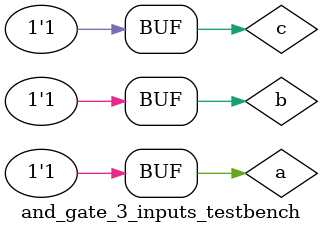
<source format=sv>
`timescale 1ps/1ps

module and_gate_3_inputs (a, b, c, out);
	input logic a, b, c;
	output logic out;
	
	assign #50 out = a&b&c;
endmodule

module and_gate_3_inputs_testbench();
	logic a, b, c, out;
	
	and_gate_3_inputs dut (.a, .b, .c, .out);
	
	initial begin
		for (int i = 0; i < 2; i++) begin
			for (int j = 0; j < 2; j++) begin
				for (int k = 0; k < 2; k++) begin
					a = i; b = j; c = k; #100;
				end
			end
		end
	end
	
endmodule 
</source>
